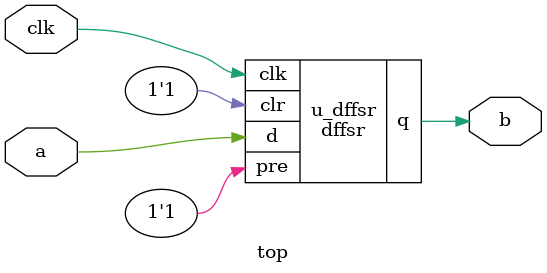
<source format=v>
module dffsr
    ( input d, clk, pre, clr, output reg q );
	always @( posedge clk, posedge pre, negedge clr )
		if ( pre )
			q <= 1'b1;
		else if ( clr )
			q <= 1'b0;
		else
            q <= d;
endmodule

module top (
input clk,
input a,
output b
);

dffsr u_dffsr (
        .clk (clk ),
`ifndef BUG
        .clr (1'b1),
        .pre (1'b1),
`else
        .clr (1'b0),
        .pre (1'b0),
`endif
        .d (a ),
        .q (b )
    );

endmodule

</source>
